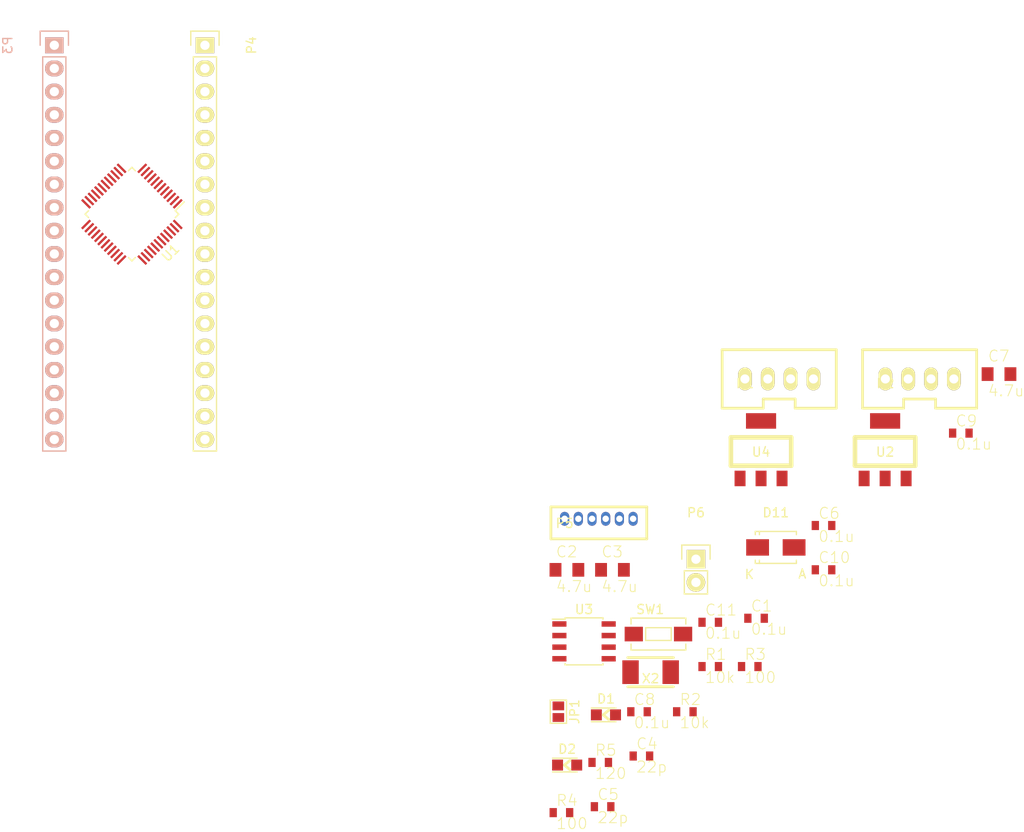
<source format=kicad_pcb>
(kicad_pcb (version 4) (host pcbnew 4.0.5)

  (general
    (links 110)
    (no_connects 110)
    (area 0 0 0 0)
    (thickness 1.6)
    (drawings 0)
    (tracks 0)
    (zones 0)
    (modules 32)
    (nets 48)
  )

  (page A4)
  (layers
    (0 F.Cu signal)
    (31 B.Cu signal)
    (32 B.Adhes user)
    (33 F.Adhes user)
    (34 B.Paste user)
    (35 F.Paste user)
    (36 B.SilkS user)
    (37 F.SilkS user)
    (38 B.Mask user)
    (39 F.Mask user)
    (40 Dwgs.User user)
    (41 Cmts.User user)
    (42 Eco1.User user)
    (43 Eco2.User user)
    (44 Edge.Cuts user)
    (45 Margin user)
    (46 B.CrtYd user)
    (47 F.CrtYd user)
    (48 B.Fab user)
    (49 F.Fab user)
  )

  (setup
    (last_trace_width 0.25)
    (trace_clearance 0.2)
    (zone_clearance 0.508)
    (zone_45_only no)
    (trace_min 0.2)
    (segment_width 0.2)
    (edge_width 0.1)
    (via_size 0.6)
    (via_drill 0.4)
    (via_min_size 0.4)
    (via_min_drill 0.3)
    (uvia_size 0.3)
    (uvia_drill 0.1)
    (uvias_allowed no)
    (uvia_min_size 0.2)
    (uvia_min_drill 0.1)
    (pcb_text_width 0.3)
    (pcb_text_size 1.5 1.5)
    (mod_edge_width 0.15)
    (mod_text_size 1 1)
    (mod_text_width 0.15)
    (pad_size 1.5 1.5)
    (pad_drill 0.6)
    (pad_to_mask_clearance 0)
    (aux_axis_origin 0 0)
    (visible_elements 7FFFFFFF)
    (pcbplotparams
      (layerselection 0x00030_80000001)
      (usegerberextensions false)
      (excludeedgelayer true)
      (linewidth 0.100000)
      (plotframeref false)
      (viasonmask false)
      (mode 1)
      (useauxorigin false)
      (hpglpennumber 1)
      (hpglpenspeed 20)
      (hpglpendiameter 15)
      (hpglpenoverlay 2)
      (psnegative false)
      (psa4output false)
      (plotreference true)
      (plotvalue true)
      (plotinvisibletext false)
      (padsonsilk false)
      (subtractmaskfromsilk false)
      (outputformat 1)
      (mirror false)
      (drillshape 1)
      (scaleselection 1)
      (outputdirectory ""))
  )

  (net 0 "")
  (net 1 GND)
  (net 2 /NRST)
  (net 3 +12V)
  (net 4 +3.3V)
  (net 5 /OSC_IN)
  (net 6 /OSC_OUT)
  (net 7 +5V)
  (net 8 "Net-(D1-Pad2)")
  (net 9 "Net-(D2-Pad2)")
  (net 10 "Net-(D2-Pad1)")
  (net 11 "Net-(D11-Pad2)")
  (net 12 /LED)
  (net 13 /CAN_L)
  (net 14 /CAN_H)
  (net 15 /PC13)
  (net 16 /PC14)
  (net 17 /PC15)
  (net 18 /PA3)
  (net 19 /PA4)
  (net 20 /PA5)
  (net 21 /PA6)
  (net 22 /PA7)
  (net 23 /PB0)
  (net 24 /PB1)
  (net 25 /PB10)
  (net 26 /PB11)
  (net 27 /PB12)
  (net 28 /PB13)
  (net 29 /PB14)
  (net 30 /PB15)
  (net 31 /PA8)
  (net 32 /SWCLK)
  (net 33 /SWDIO)
  (net 34 /USART_TX)
  (net 35 /USART_RX)
  (net 36 "Net-(P6-Pad2)")
  (net 37 /BOOT0)
  (net 38 /CAN_RX)
  (net 39 /CAN_TX)
  (net 40 /PA15)
  (net 41 /PB3)
  (net 42 /PB4)
  (net 43 /PB5)
  (net 44 /PB6)
  (net 45 /PB7)
  (net 46 /PB8)
  (net 47 /PB9)

  (net_class Default "これは標準のネット クラスです。"
    (clearance 0.2)
    (trace_width 0.25)
    (via_dia 0.6)
    (via_drill 0.4)
    (uvia_dia 0.3)
    (uvia_drill 0.1)
    (add_net +12V)
    (add_net +3.3V)
    (add_net +5V)
    (add_net /BOOT0)
    (add_net /CAN_H)
    (add_net /CAN_L)
    (add_net /CAN_RX)
    (add_net /CAN_TX)
    (add_net /LED)
    (add_net /NRST)
    (add_net /OSC_IN)
    (add_net /OSC_OUT)
    (add_net /PA15)
    (add_net /PA3)
    (add_net /PA4)
    (add_net /PA5)
    (add_net /PA6)
    (add_net /PA7)
    (add_net /PA8)
    (add_net /PB0)
    (add_net /PB1)
    (add_net /PB10)
    (add_net /PB11)
    (add_net /PB12)
    (add_net /PB13)
    (add_net /PB14)
    (add_net /PB15)
    (add_net /PB3)
    (add_net /PB4)
    (add_net /PB5)
    (add_net /PB6)
    (add_net /PB7)
    (add_net /PB8)
    (add_net /PB9)
    (add_net /PC13)
    (add_net /PC14)
    (add_net /PC15)
    (add_net /SWCLK)
    (add_net /SWDIO)
    (add_net /USART_RX)
    (add_net /USART_TX)
    (add_net GND)
    (add_net "Net-(D1-Pad2)")
    (add_net "Net-(D11-Pad2)")
    (add_net "Net-(D2-Pad1)")
    (add_net "Net-(D2-Pad2)")
    (add_net "Net-(P6-Pad2)")
  )

  (module RP_KiCAD_Libs:C1608_WP (layer F.Cu) (tedit 57C3E677) (tstamp 58C6BBFC)
    (at 162.87 99.7644)
    (descr <b>CAPACITOR</b>)
    (path /5773C845)
    (fp_text reference C1 (at -0.635 -0.635) (layer F.SilkS)
      (effects (font (size 1.2065 1.2065) (thickness 0.1016)) (justify left bottom))
    )
    (fp_text value 0.1u (at -0.635 1.905) (layer F.SilkS)
      (effects (font (size 1.2065 1.2065) (thickness 0.1016)) (justify left bottom))
    )
    (fp_line (start -0.356 -0.432) (end 0.356 -0.432) (layer Dwgs.User) (width 0.1016))
    (fp_line (start -0.356 0.419) (end 0.356 0.419) (layer Dwgs.User) (width 0.1016))
    (fp_poly (pts (xy -0.8382 0.4699) (xy -0.3381 0.4699) (xy -0.3381 -0.4801) (xy -0.8382 -0.4801)) (layer Dwgs.User) (width 0))
    (fp_poly (pts (xy 0.3302 0.4699) (xy 0.8303 0.4699) (xy 0.8303 -0.4801) (xy 0.3302 -0.4801)) (layer Dwgs.User) (width 0))
    (fp_poly (pts (xy -0.1999 0.3) (xy 0.1999 0.3) (xy 0.1999 -0.3) (xy -0.1999 -0.3)) (layer F.Adhes) (width 0))
    (pad 1 smd rect (at -0.9 0) (size 0.8 1) (layers F.Cu F.Paste F.Mask)
      (net 1 GND))
    (pad 2 smd rect (at 0.9 0) (size 0.8 1) (layers F.Cu F.Paste F.Mask)
      (net 2 /NRST))
    (model Resistors_SMD.3dshapes/R_0603.wrl
      (at (xyz 0 0 0))
      (scale (xyz 1 1 1))
      (rotate (xyz 0 0 0))
    )
  )

  (module RP_KiCAD_Libs:C2012 (layer F.Cu) (tedit 0) (tstamp 58C6BC02)
    (at 142.15 94.4594)
    (descr <b>CAPACITOR</b>)
    (path /57DCED95)
    (fp_text reference C2 (at -1.27 -1.27) (layer F.SilkS)
      (effects (font (size 1.2065 1.2065) (thickness 0.1016)) (justify left bottom))
    )
    (fp_text value 4.7u (at -1.27 2.54) (layer F.SilkS)
      (effects (font (size 1.2065 1.2065) (thickness 0.1016)) (justify left bottom))
    )
    (fp_line (start -0.381 -0.66) (end 0.381 -0.66) (layer Dwgs.User) (width 0.1016))
    (fp_line (start -0.356 0.66) (end 0.381 0.66) (layer Dwgs.User) (width 0.1016))
    (fp_poly (pts (xy -1.0922 0.7239) (xy -0.3421 0.7239) (xy -0.3421 -0.7262) (xy -1.0922 -0.7262)) (layer Dwgs.User) (width 0))
    (fp_poly (pts (xy 0.3556 0.7239) (xy 1.1057 0.7239) (xy 1.1057 -0.7262) (xy 0.3556 -0.7262)) (layer Dwgs.User) (width 0))
    (fp_poly (pts (xy -0.1001 0.4001) (xy 0.1001 0.4001) (xy 0.1001 -0.4001) (xy -0.1001 -0.4001)) (layer F.Adhes) (width 0))
    (pad 1 smd rect (at -1.25 0) (size 1.3 1.5) (layers F.Cu F.Paste F.Mask)
      (net 3 +12V))
    (pad 2 smd rect (at 1.25 0) (size 1.3 1.5) (layers F.Cu F.Paste F.Mask)
      (net 1 GND))
    (model Resistors_SMD.3dshapes/R_0805.wrl
      (at (xyz 0 0 0))
      (scale (xyz 1 1 1))
      (rotate (xyz 0 0 0))
    )
  )

  (module RP_KiCAD_Libs:C2012 (layer F.Cu) (tedit 0) (tstamp 58C6BC08)
    (at 147.14 94.4594)
    (descr <b>CAPACITOR</b>)
    (path /5815D48B)
    (fp_text reference C3 (at -1.27 -1.27) (layer F.SilkS)
      (effects (font (size 1.2065 1.2065) (thickness 0.1016)) (justify left bottom))
    )
    (fp_text value 4.7u (at -1.27 2.54) (layer F.SilkS)
      (effects (font (size 1.2065 1.2065) (thickness 0.1016)) (justify left bottom))
    )
    (fp_line (start -0.381 -0.66) (end 0.381 -0.66) (layer Dwgs.User) (width 0.1016))
    (fp_line (start -0.356 0.66) (end 0.381 0.66) (layer Dwgs.User) (width 0.1016))
    (fp_poly (pts (xy -1.0922 0.7239) (xy -0.3421 0.7239) (xy -0.3421 -0.7262) (xy -1.0922 -0.7262)) (layer Dwgs.User) (width 0))
    (fp_poly (pts (xy 0.3556 0.7239) (xy 1.1057 0.7239) (xy 1.1057 -0.7262) (xy 0.3556 -0.7262)) (layer Dwgs.User) (width 0))
    (fp_poly (pts (xy -0.1001 0.4001) (xy 0.1001 0.4001) (xy 0.1001 -0.4001) (xy -0.1001 -0.4001)) (layer F.Adhes) (width 0))
    (pad 1 smd rect (at -1.25 0) (size 1.3 1.5) (layers F.Cu F.Paste F.Mask)
      (net 4 +3.3V))
    (pad 2 smd rect (at 1.25 0) (size 1.3 1.5) (layers F.Cu F.Paste F.Mask)
      (net 1 GND))
    (model Resistors_SMD.3dshapes/R_0805.wrl
      (at (xyz 0 0 0))
      (scale (xyz 1 1 1))
      (rotate (xyz 0 0 0))
    )
  )

  (module RP_KiCAD_Libs:C1608_WP (layer F.Cu) (tedit 57C3E677) (tstamp 58C6BC0E)
    (at 150.31 114.8544)
    (descr <b>CAPACITOR</b>)
    (path /5773C365)
    (fp_text reference C4 (at -0.635 -0.635) (layer F.SilkS)
      (effects (font (size 1.2065 1.2065) (thickness 0.1016)) (justify left bottom))
    )
    (fp_text value 22p (at -0.635 1.905) (layer F.SilkS)
      (effects (font (size 1.2065 1.2065) (thickness 0.1016)) (justify left bottom))
    )
    (fp_line (start -0.356 -0.432) (end 0.356 -0.432) (layer Dwgs.User) (width 0.1016))
    (fp_line (start -0.356 0.419) (end 0.356 0.419) (layer Dwgs.User) (width 0.1016))
    (fp_poly (pts (xy -0.8382 0.4699) (xy -0.3381 0.4699) (xy -0.3381 -0.4801) (xy -0.8382 -0.4801)) (layer Dwgs.User) (width 0))
    (fp_poly (pts (xy 0.3302 0.4699) (xy 0.8303 0.4699) (xy 0.8303 -0.4801) (xy 0.3302 -0.4801)) (layer Dwgs.User) (width 0))
    (fp_poly (pts (xy -0.1999 0.3) (xy 0.1999 0.3) (xy 0.1999 -0.3) (xy -0.1999 -0.3)) (layer F.Adhes) (width 0))
    (pad 1 smd rect (at -0.9 0) (size 0.8 1) (layers F.Cu F.Paste F.Mask)
      (net 5 /OSC_IN))
    (pad 2 smd rect (at 0.9 0) (size 0.8 1) (layers F.Cu F.Paste F.Mask)
      (net 1 GND))
    (model Resistors_SMD.3dshapes/R_0603.wrl
      (at (xyz 0 0 0))
      (scale (xyz 1 1 1))
      (rotate (xyz 0 0 0))
    )
  )

  (module RP_KiCAD_Libs:C1608_WP (layer F.Cu) (tedit 57C3E677) (tstamp 58C6BC14)
    (at 146.06 120.4044)
    (descr <b>CAPACITOR</b>)
    (path /5773C36B)
    (fp_text reference C5 (at -0.635 -0.635) (layer F.SilkS)
      (effects (font (size 1.2065 1.2065) (thickness 0.1016)) (justify left bottom))
    )
    (fp_text value 22p (at -0.635 1.905) (layer F.SilkS)
      (effects (font (size 1.2065 1.2065) (thickness 0.1016)) (justify left bottom))
    )
    (fp_line (start -0.356 -0.432) (end 0.356 -0.432) (layer Dwgs.User) (width 0.1016))
    (fp_line (start -0.356 0.419) (end 0.356 0.419) (layer Dwgs.User) (width 0.1016))
    (fp_poly (pts (xy -0.8382 0.4699) (xy -0.3381 0.4699) (xy -0.3381 -0.4801) (xy -0.8382 -0.4801)) (layer Dwgs.User) (width 0))
    (fp_poly (pts (xy 0.3302 0.4699) (xy 0.8303 0.4699) (xy 0.8303 -0.4801) (xy 0.3302 -0.4801)) (layer Dwgs.User) (width 0))
    (fp_poly (pts (xy -0.1999 0.3) (xy 0.1999 0.3) (xy 0.1999 -0.3) (xy -0.1999 -0.3)) (layer F.Adhes) (width 0))
    (pad 1 smd rect (at -0.9 0) (size 0.8 1) (layers F.Cu F.Paste F.Mask)
      (net 6 /OSC_OUT))
    (pad 2 smd rect (at 0.9 0) (size 0.8 1) (layers F.Cu F.Paste F.Mask)
      (net 1 GND))
    (model Resistors_SMD.3dshapes/R_0603.wrl
      (at (xyz 0 0 0))
      (scale (xyz 1 1 1))
      (rotate (xyz 0 0 0))
    )
  )

  (module RP_KiCAD_Libs:C1608_WP (layer F.Cu) (tedit 57C3E677) (tstamp 58C6BC1A)
    (at 170.26 89.6044)
    (descr <b>CAPACITOR</b>)
    (path /586F7A9C)
    (fp_text reference C6 (at -0.635 -0.635) (layer F.SilkS)
      (effects (font (size 1.2065 1.2065) (thickness 0.1016)) (justify left bottom))
    )
    (fp_text value 0.1u (at -0.635 1.905) (layer F.SilkS)
      (effects (font (size 1.2065 1.2065) (thickness 0.1016)) (justify left bottom))
    )
    (fp_line (start -0.356 -0.432) (end 0.356 -0.432) (layer Dwgs.User) (width 0.1016))
    (fp_line (start -0.356 0.419) (end 0.356 0.419) (layer Dwgs.User) (width 0.1016))
    (fp_poly (pts (xy -0.8382 0.4699) (xy -0.3381 0.4699) (xy -0.3381 -0.4801) (xy -0.8382 -0.4801)) (layer Dwgs.User) (width 0))
    (fp_poly (pts (xy 0.3302 0.4699) (xy 0.8303 0.4699) (xy 0.8303 -0.4801) (xy 0.3302 -0.4801)) (layer Dwgs.User) (width 0))
    (fp_poly (pts (xy -0.1999 0.3) (xy 0.1999 0.3) (xy 0.1999 -0.3) (xy -0.1999 -0.3)) (layer F.Adhes) (width 0))
    (pad 1 smd rect (at -0.9 0) (size 0.8 1) (layers F.Cu F.Paste F.Mask)
      (net 1 GND))
    (pad 2 smd rect (at 0.9 0) (size 0.8 1) (layers F.Cu F.Paste F.Mask)
      (net 4 +3.3V))
    (model Resistors_SMD.3dshapes/R_0603.wrl
      (at (xyz 0 0 0))
      (scale (xyz 1 1 1))
      (rotate (xyz 0 0 0))
    )
  )

  (module RP_KiCAD_Libs:C2012 (layer F.Cu) (tedit 0) (tstamp 58C6BC20)
    (at 189.48 73.0194)
    (descr <b>CAPACITOR</b>)
    (path /57DCED4E)
    (fp_text reference C7 (at -1.27 -1.27) (layer F.SilkS)
      (effects (font (size 1.2065 1.2065) (thickness 0.1016)) (justify left bottom))
    )
    (fp_text value 4.7u (at -1.27 2.54) (layer F.SilkS)
      (effects (font (size 1.2065 1.2065) (thickness 0.1016)) (justify left bottom))
    )
    (fp_line (start -0.381 -0.66) (end 0.381 -0.66) (layer Dwgs.User) (width 0.1016))
    (fp_line (start -0.356 0.66) (end 0.381 0.66) (layer Dwgs.User) (width 0.1016))
    (fp_poly (pts (xy -1.0922 0.7239) (xy -0.3421 0.7239) (xy -0.3421 -0.7262) (xy -1.0922 -0.7262)) (layer Dwgs.User) (width 0))
    (fp_poly (pts (xy 0.3556 0.7239) (xy 1.1057 0.7239) (xy 1.1057 -0.7262) (xy 0.3556 -0.7262)) (layer Dwgs.User) (width 0))
    (fp_poly (pts (xy -0.1001 0.4001) (xy 0.1001 0.4001) (xy 0.1001 -0.4001) (xy -0.1001 -0.4001)) (layer F.Adhes) (width 0))
    (pad 1 smd rect (at -1.25 0) (size 1.3 1.5) (layers F.Cu F.Paste F.Mask)
      (net 7 +5V))
    (pad 2 smd rect (at 1.25 0) (size 1.3 1.5) (layers F.Cu F.Paste F.Mask)
      (net 1 GND))
    (model Resistors_SMD.3dshapes/R_0805.wrl
      (at (xyz 0 0 0))
      (scale (xyz 1 1 1))
      (rotate (xyz 0 0 0))
    )
  )

  (module RP_KiCAD_Libs:C1608_WP (layer F.Cu) (tedit 57C3E677) (tstamp 58C6BC26)
    (at 150.05 110.0044)
    (descr <b>CAPACITOR</b>)
    (path /581BF2D3)
    (fp_text reference C8 (at -0.635 -0.635) (layer F.SilkS)
      (effects (font (size 1.2065 1.2065) (thickness 0.1016)) (justify left bottom))
    )
    (fp_text value 0.1u (at -0.635 1.905) (layer F.SilkS)
      (effects (font (size 1.2065 1.2065) (thickness 0.1016)) (justify left bottom))
    )
    (fp_line (start -0.356 -0.432) (end 0.356 -0.432) (layer Dwgs.User) (width 0.1016))
    (fp_line (start -0.356 0.419) (end 0.356 0.419) (layer Dwgs.User) (width 0.1016))
    (fp_poly (pts (xy -0.8382 0.4699) (xy -0.3381 0.4699) (xy -0.3381 -0.4801) (xy -0.8382 -0.4801)) (layer Dwgs.User) (width 0))
    (fp_poly (pts (xy 0.3302 0.4699) (xy 0.8303 0.4699) (xy 0.8303 -0.4801) (xy 0.3302 -0.4801)) (layer Dwgs.User) (width 0))
    (fp_poly (pts (xy -0.1999 0.3) (xy 0.1999 0.3) (xy 0.1999 -0.3) (xy -0.1999 -0.3)) (layer F.Adhes) (width 0))
    (pad 1 smd rect (at -0.9 0) (size 0.8 1) (layers F.Cu F.Paste F.Mask)
      (net 1 GND))
    (pad 2 smd rect (at 0.9 0) (size 0.8 1) (layers F.Cu F.Paste F.Mask)
      (net 4 +3.3V))
    (model Resistors_SMD.3dshapes/R_0603.wrl
      (at (xyz 0 0 0))
      (scale (xyz 1 1 1))
      (rotate (xyz 0 0 0))
    )
  )

  (module RP_KiCAD_Libs:C1608_WP (layer F.Cu) (tedit 57C3E677) (tstamp 58C6BC2C)
    (at 185.3 79.4844)
    (descr <b>CAPACITOR</b>)
    (path /581BF21A)
    (fp_text reference C9 (at -0.635 -0.635) (layer F.SilkS)
      (effects (font (size 1.2065 1.2065) (thickness 0.1016)) (justify left bottom))
    )
    (fp_text value 0.1u (at -0.635 1.905) (layer F.SilkS)
      (effects (font (size 1.2065 1.2065) (thickness 0.1016)) (justify left bottom))
    )
    (fp_line (start -0.356 -0.432) (end 0.356 -0.432) (layer Dwgs.User) (width 0.1016))
    (fp_line (start -0.356 0.419) (end 0.356 0.419) (layer Dwgs.User) (width 0.1016))
    (fp_poly (pts (xy -0.8382 0.4699) (xy -0.3381 0.4699) (xy -0.3381 -0.4801) (xy -0.8382 -0.4801)) (layer Dwgs.User) (width 0))
    (fp_poly (pts (xy 0.3302 0.4699) (xy 0.8303 0.4699) (xy 0.8303 -0.4801) (xy 0.3302 -0.4801)) (layer Dwgs.User) (width 0))
    (fp_poly (pts (xy -0.1999 0.3) (xy 0.1999 0.3) (xy 0.1999 -0.3) (xy -0.1999 -0.3)) (layer F.Adhes) (width 0))
    (pad 1 smd rect (at -0.9 0) (size 0.8 1) (layers F.Cu F.Paste F.Mask)
      (net 1 GND))
    (pad 2 smd rect (at 0.9 0) (size 0.8 1) (layers F.Cu F.Paste F.Mask)
      (net 4 +3.3V))
    (model Resistors_SMD.3dshapes/R_0603.wrl
      (at (xyz 0 0 0))
      (scale (xyz 1 1 1))
      (rotate (xyz 0 0 0))
    )
  )

  (module RP_KiCAD_Libs:C1608_WP (layer F.Cu) (tedit 57C3E677) (tstamp 58C6BC32)
    (at 170.26 94.4544)
    (descr <b>CAPACITOR</b>)
    (path /586F7A8A)
    (fp_text reference C10 (at -0.635 -0.635) (layer F.SilkS)
      (effects (font (size 1.2065 1.2065) (thickness 0.1016)) (justify left bottom))
    )
    (fp_text value 0.1u (at -0.635 1.905) (layer F.SilkS)
      (effects (font (size 1.2065 1.2065) (thickness 0.1016)) (justify left bottom))
    )
    (fp_line (start -0.356 -0.432) (end 0.356 -0.432) (layer Dwgs.User) (width 0.1016))
    (fp_line (start -0.356 0.419) (end 0.356 0.419) (layer Dwgs.User) (width 0.1016))
    (fp_poly (pts (xy -0.8382 0.4699) (xy -0.3381 0.4699) (xy -0.3381 -0.4801) (xy -0.8382 -0.4801)) (layer Dwgs.User) (width 0))
    (fp_poly (pts (xy 0.3302 0.4699) (xy 0.8303 0.4699) (xy 0.8303 -0.4801) (xy 0.3302 -0.4801)) (layer Dwgs.User) (width 0))
    (fp_poly (pts (xy -0.1999 0.3) (xy 0.1999 0.3) (xy 0.1999 -0.3) (xy -0.1999 -0.3)) (layer F.Adhes) (width 0))
    (pad 1 smd rect (at -0.9 0) (size 0.8 1) (layers F.Cu F.Paste F.Mask)
      (net 1 GND))
    (pad 2 smd rect (at 0.9 0) (size 0.8 1) (layers F.Cu F.Paste F.Mask)
      (net 4 +3.3V))
    (model Resistors_SMD.3dshapes/R_0603.wrl
      (at (xyz 0 0 0))
      (scale (xyz 1 1 1))
      (rotate (xyz 0 0 0))
    )
  )

  (module RP_KiCAD_Libs:C1608_WP (layer F.Cu) (tedit 57C3E677) (tstamp 58C6BC38)
    (at 157.85 100.2044)
    (descr <b>CAPACITOR</b>)
    (path /586F8127)
    (fp_text reference C11 (at -0.635 -0.635) (layer F.SilkS)
      (effects (font (size 1.2065 1.2065) (thickness 0.1016)) (justify left bottom))
    )
    (fp_text value 0.1u (at -0.635 1.905) (layer F.SilkS)
      (effects (font (size 1.2065 1.2065) (thickness 0.1016)) (justify left bottom))
    )
    (fp_line (start -0.356 -0.432) (end 0.356 -0.432) (layer Dwgs.User) (width 0.1016))
    (fp_line (start -0.356 0.419) (end 0.356 0.419) (layer Dwgs.User) (width 0.1016))
    (fp_poly (pts (xy -0.8382 0.4699) (xy -0.3381 0.4699) (xy -0.3381 -0.4801) (xy -0.8382 -0.4801)) (layer Dwgs.User) (width 0))
    (fp_poly (pts (xy 0.3302 0.4699) (xy 0.8303 0.4699) (xy 0.8303 -0.4801) (xy 0.3302 -0.4801)) (layer Dwgs.User) (width 0))
    (fp_poly (pts (xy -0.1999 0.3) (xy 0.1999 0.3) (xy 0.1999 -0.3) (xy -0.1999 -0.3)) (layer F.Adhes) (width 0))
    (pad 1 smd rect (at -0.9 0) (size 0.8 1) (layers F.Cu F.Paste F.Mask)
      (net 1 GND))
    (pad 2 smd rect (at 0.9 0) (size 0.8 1) (layers F.Cu F.Paste F.Mask)
      (net 4 +3.3V))
    (model Resistors_SMD.3dshapes/R_0603.wrl
      (at (xyz 0 0 0))
      (scale (xyz 1 1 1))
      (rotate (xyz 0 0 0))
    )
  )

  (module LEDs:LED_0805 (layer F.Cu) (tedit 57EDF824) (tstamp 58C6BC3E)
    (at 146.425001 110.345)
    (descr "LED 0805 smd package")
    (tags "LED 0805 SMD")
    (path /57DD2FEB)
    (attr smd)
    (fp_text reference D1 (at 0 -1.75) (layer F.SilkS)
      (effects (font (size 1 1) (thickness 0.15)))
    )
    (fp_text value LED (at 0 1.75) (layer F.Fab)
      (effects (font (size 1 1) (thickness 0.15)))
    )
    (fp_line (start -0.3 0) (end 0.3 0.5) (layer F.SilkS) (width 0.3))
    (fp_line (start -0.3 0) (end 0.3 -0.5) (layer F.SilkS) (width 0.3))
    (fp_line (start -1.6 0.75) (end 1.1 0.75) (layer F.SilkS) (width 0.15))
    (fp_line (start -1.6 -0.75) (end 1.1 -0.75) (layer F.SilkS) (width 0.15))
    (fp_line (start 1.9 -0.95) (end 1.9 0.95) (layer F.CrtYd) (width 0.05))
    (fp_line (start 1.9 0.95) (end -1.9 0.95) (layer F.CrtYd) (width 0.05))
    (fp_line (start -1.9 0.95) (end -1.9 -0.95) (layer F.CrtYd) (width 0.05))
    (fp_line (start -1.9 -0.95) (end 1.9 -0.95) (layer F.CrtYd) (width 0.05))
    (pad 2 smd rect (at 1.04902 0 180) (size 1.19888 1.19888) (layers F.Cu F.Paste F.Mask)
      (net 8 "Net-(D1-Pad2)"))
    (pad 1 smd rect (at -1.04902 0 180) (size 1.19888 1.19888) (layers F.Cu F.Paste F.Mask)
      (net 4 +3.3V))
    (model LEDs.3dshapes/LED_0805.wrl
      (at (xyz 0 0 0))
      (scale (xyz 1 1 1))
      (rotate (xyz 0 0 0))
    )
  )

  (module LEDs:LED_0805 (layer F.Cu) (tedit 57EDF824) (tstamp 58C6BC44)
    (at 142.175001 115.845)
    (descr "LED 0805 smd package")
    (tags "LED 0805 SMD")
    (path /57DD3BCB)
    (attr smd)
    (fp_text reference D2 (at 0 -1.75) (layer F.SilkS)
      (effects (font (size 1 1) (thickness 0.15)))
    )
    (fp_text value LED (at 0 1.75) (layer F.Fab)
      (effects (font (size 1 1) (thickness 0.15)))
    )
    (fp_line (start -0.3 0) (end 0.3 0.5) (layer F.SilkS) (width 0.3))
    (fp_line (start -0.3 0) (end 0.3 -0.5) (layer F.SilkS) (width 0.3))
    (fp_line (start -1.6 0.75) (end 1.1 0.75) (layer F.SilkS) (width 0.15))
    (fp_line (start -1.6 -0.75) (end 1.1 -0.75) (layer F.SilkS) (width 0.15))
    (fp_line (start 1.9 -0.95) (end 1.9 0.95) (layer F.CrtYd) (width 0.05))
    (fp_line (start 1.9 0.95) (end -1.9 0.95) (layer F.CrtYd) (width 0.05))
    (fp_line (start -1.9 0.95) (end -1.9 -0.95) (layer F.CrtYd) (width 0.05))
    (fp_line (start -1.9 -0.95) (end 1.9 -0.95) (layer F.CrtYd) (width 0.05))
    (pad 2 smd rect (at 1.04902 0 180) (size 1.19888 1.19888) (layers F.Cu F.Paste F.Mask)
      (net 9 "Net-(D2-Pad2)"))
    (pad 1 smd rect (at -1.04902 0 180) (size 1.19888 1.19888) (layers F.Cu F.Paste F.Mask)
      (net 10 "Net-(D2-Pad1)"))
    (model LEDs.3dshapes/LED_0805.wrl
      (at (xyz 0 0 0))
      (scale (xyz 1 1 1))
      (rotate (xyz 0 0 0))
    )
  )

  (module Diodes_SMD:SMA_Standard (layer F.Cu) (tedit 552FF239) (tstamp 58C6BC4A)
    (at 165.035001 92.005)
    (descr "Diode SMA")
    (tags "Diode SMA")
    (path /5847EBBD)
    (attr smd)
    (fp_text reference D11 (at 0 -3.81) (layer F.SilkS)
      (effects (font (size 1 1) (thickness 0.15)))
    )
    (fp_text value DIODE (at 0 4.3) (layer F.Fab)
      (effects (font (size 1 1) (thickness 0.15)))
    )
    (fp_line (start -3.5 -2) (end 3.5 -2) (layer F.CrtYd) (width 0.05))
    (fp_line (start 3.5 -2) (end 3.5 2) (layer F.CrtYd) (width 0.05))
    (fp_line (start 3.5 2) (end -3.5 2) (layer F.CrtYd) (width 0.05))
    (fp_line (start -3.5 2) (end -3.5 -2) (layer F.CrtYd) (width 0.05))
    (fp_text user K (at -2.9 2.95) (layer F.SilkS)
      (effects (font (size 1 1) (thickness 0.15)))
    )
    (fp_text user A (at 2.9 2.9) (layer F.SilkS)
      (effects (font (size 1 1) (thickness 0.15)))
    )
    (fp_circle (center 0 0) (end 0.20066 -0.0508) (layer F.Adhes) (width 0.381))
    (fp_line (start -1.79914 1.75006) (end -1.79914 1.39954) (layer F.SilkS) (width 0.15))
    (fp_line (start -1.79914 -1.75006) (end -1.79914 -1.39954) (layer F.SilkS) (width 0.15))
    (fp_line (start 2.25044 1.75006) (end 2.25044 1.39954) (layer F.SilkS) (width 0.15))
    (fp_line (start -2.25044 1.75006) (end -2.25044 1.39954) (layer F.SilkS) (width 0.15))
    (fp_line (start -2.25044 -1.75006) (end -2.25044 -1.39954) (layer F.SilkS) (width 0.15))
    (fp_line (start 2.25044 -1.75006) (end 2.25044 -1.39954) (layer F.SilkS) (width 0.15))
    (fp_line (start -2.25044 1.75006) (end 2.25044 1.75006) (layer F.SilkS) (width 0.15))
    (fp_line (start -2.25044 -1.75006) (end 2.25044 -1.75006) (layer F.SilkS) (width 0.15))
    (pad 1 smd rect (at -1.99898 0) (size 2.49936 1.80086) (layers F.Cu F.Paste F.Mask)
      (net 3 +12V))
    (pad 2 smd rect (at 1.99898 0) (size 2.49936 1.80086) (layers F.Cu F.Paste F.Mask)
      (net 11 "Net-(D11-Pad2)"))
    (model Diodes_SMD.3dshapes/SMA_Standard.wrl
      (at (xyz 0 0 0))
      (scale (xyz 0.3937 0.3937 0.3937))
      (rotate (xyz 0 0 180))
    )
  )

  (module Connect:GS2 (layer F.Cu) (tedit 0) (tstamp 58C6BC50)
    (at 141.214001 109.998572)
    (descr "Pontet Goute de soudure")
    (path /58C6C27E)
    (attr virtual)
    (fp_text reference JP1 (at 1.778 0 90) (layer F.SilkS)
      (effects (font (size 1 1) (thickness 0.15)))
    )
    (fp_text value JUMPER (at 1.524 0 90) (layer F.Fab)
      (effects (font (size 1 1) (thickness 0.15)))
    )
    (fp_line (start -0.889 -1.27) (end -0.889 1.27) (layer F.SilkS) (width 0.15))
    (fp_line (start 0.889 1.27) (end 0.889 -1.27) (layer F.SilkS) (width 0.15))
    (fp_line (start 0.889 1.27) (end -0.889 1.27) (layer F.SilkS) (width 0.15))
    (fp_line (start -0.889 -1.27) (end 0.889 -1.27) (layer F.SilkS) (width 0.15))
    (pad 1 smd rect (at 0 -0.635) (size 1.27 0.9652) (layers F.Cu F.Paste F.Mask)
      (net 10 "Net-(D2-Pad1)"))
    (pad 2 smd rect (at 0 0.635) (size 1.27 0.9652) (layers F.Cu F.Paste F.Mask)
      (net 12 /LED))
  )

  (module RP_KiCAD_Connector:XA_4T (layer F.Cu) (tedit 5895B26F) (tstamp 58C6BC58)
    (at 161.653333 73.550001)
    (path /57DCDD10)
    (fp_text reference P1 (at 0 0.5) (layer F.SilkS)
      (effects (font (size 1 1) (thickness 0.15)))
    )
    (fp_text value CONN_01X04 (at 0 -0.5) (layer F.Fab)
      (effects (font (size 1 1) (thickness 0.15)))
    )
    (fp_line (start -2.5 3.2) (end 2 3.2) (layer F.SilkS) (width 0.3))
    (fp_line (start 2 3.2) (end 2 2.2) (layer F.SilkS) (width 0.3))
    (fp_line (start 2 2.2) (end 5.5 2.2) (layer F.SilkS) (width 0.3))
    (fp_line (start 5.5 2.2) (end 5.5 3.2) (layer F.SilkS) (width 0.3))
    (fp_line (start 5.5 3.2) (end 10 3.2) (layer F.SilkS) (width 0.3))
    (fp_line (start 10 -3.2) (end -2.5 -3.2) (layer F.SilkS) (width 0.3))
    (fp_line (start 10 3.2) (end 10 -3.2) (layer F.SilkS) (width 0.3))
    (fp_line (start -2.5 -3.2) (end -2.5 3.2) (layer F.SilkS) (width 0.3))
    (pad 4 thru_hole oval (at 0 0) (size 1.5 2.5) (drill 1) (layers *.Cu *.Mask F.SilkS)
      (net 13 /CAN_L))
    (pad 3 thru_hole oval (at 2.5 0) (size 1.5 2.5) (drill 1) (layers *.Cu *.Mask F.SilkS)
      (net 14 /CAN_H))
    (pad 2 thru_hole oval (at 5 0) (size 1.5 2.5) (drill 1) (layers *.Cu *.Mask F.SilkS)
      (net 11 "Net-(D11-Pad2)"))
    (pad 1 thru_hole oval (at 7.5 0) (size 1.5 2.5) (drill 1) (layers *.Cu *.Mask F.SilkS)
      (net 1 GND))
    (model conn_XA/XA_4T.wrl
      (at (xyz 0.15 0 0))
      (scale (xyz 3.95 3.95 3.95))
      (rotate (xyz -90 0 0))
    )
  )

  (module RP_KiCAD_Connector:XA_4T (layer F.Cu) (tedit 5895B26F) (tstamp 58C6BC60)
    (at 177.033333 73.550001)
    (path /57DCDDB3)
    (fp_text reference P2 (at 0 0.5) (layer F.SilkS)
      (effects (font (size 1 1) (thickness 0.15)))
    )
    (fp_text value CONN_01X04 (at 0 -0.5) (layer F.Fab)
      (effects (font (size 1 1) (thickness 0.15)))
    )
    (fp_line (start -2.5 3.2) (end 2 3.2) (layer F.SilkS) (width 0.3))
    (fp_line (start 2 3.2) (end 2 2.2) (layer F.SilkS) (width 0.3))
    (fp_line (start 2 2.2) (end 5.5 2.2) (layer F.SilkS) (width 0.3))
    (fp_line (start 5.5 2.2) (end 5.5 3.2) (layer F.SilkS) (width 0.3))
    (fp_line (start 5.5 3.2) (end 10 3.2) (layer F.SilkS) (width 0.3))
    (fp_line (start 10 -3.2) (end -2.5 -3.2) (layer F.SilkS) (width 0.3))
    (fp_line (start 10 3.2) (end 10 -3.2) (layer F.SilkS) (width 0.3))
    (fp_line (start -2.5 -3.2) (end -2.5 3.2) (layer F.SilkS) (width 0.3))
    (pad 4 thru_hole oval (at 0 0) (size 1.5 2.5) (drill 1) (layers *.Cu *.Mask F.SilkS)
      (net 13 /CAN_L))
    (pad 3 thru_hole oval (at 2.5 0) (size 1.5 2.5) (drill 1) (layers *.Cu *.Mask F.SilkS)
      (net 14 /CAN_H))
    (pad 2 thru_hole oval (at 5 0) (size 1.5 2.5) (drill 1) (layers *.Cu *.Mask F.SilkS)
      (net 11 "Net-(D11-Pad2)"))
    (pad 1 thru_hole oval (at 7.5 0) (size 1.5 2.5) (drill 1) (layers *.Cu *.Mask F.SilkS)
      (net 1 GND))
    (model conn_XA/XA_4T.wrl
      (at (xyz 0.15 0 0))
      (scale (xyz 3.95 3.95 3.95))
      (rotate (xyz -90 0 0))
    )
  )

  (module Socket_Strips:Socket_Strip_Straight_1x18 (layer B.Cu) (tedit 0) (tstamp 58C6BC76)
    (at 86 37 270)
    (descr "Through hole socket strip")
    (tags "socket strip")
    (path /58C707E4)
    (fp_text reference P3 (at 0 5.1 270) (layer B.SilkS)
      (effects (font (size 1 1) (thickness 0.15)) (justify mirror))
    )
    (fp_text value CONN_01X18 (at 0 3.1 270) (layer B.Fab)
      (effects (font (size 1 1) (thickness 0.15)) (justify mirror))
    )
    (fp_line (start -1.75 1.75) (end -1.75 -1.75) (layer B.CrtYd) (width 0.05))
    (fp_line (start 44.95 1.75) (end 44.95 -1.75) (layer B.CrtYd) (width 0.05))
    (fp_line (start -1.75 1.75) (end 44.95 1.75) (layer B.CrtYd) (width 0.05))
    (fp_line (start -1.75 -1.75) (end 44.95 -1.75) (layer B.CrtYd) (width 0.05))
    (fp_line (start 1.27 -1.27) (end 44.45 -1.27) (layer B.SilkS) (width 0.15))
    (fp_line (start 44.45 -1.27) (end 44.45 1.27) (layer B.SilkS) (width 0.15))
    (fp_line (start 44.45 1.27) (end 1.27 1.27) (layer B.SilkS) (width 0.15))
    (fp_line (start -1.55 -1.55) (end 0 -1.55) (layer B.SilkS) (width 0.15))
    (fp_line (start 1.27 -1.27) (end 1.27 1.27) (layer B.SilkS) (width 0.15))
    (fp_line (start 0 1.55) (end -1.55 1.55) (layer B.SilkS) (width 0.15))
    (fp_line (start -1.55 1.55) (end -1.55 -1.55) (layer B.SilkS) (width 0.15))
    (pad 1 thru_hole rect (at 0 0 270) (size 1.7272 2.032) (drill 1.016) (layers *.Cu *.Mask B.SilkS)
      (net 15 /PC13))
    (pad 2 thru_hole oval (at 2.54 0 270) (size 1.7272 2.032) (drill 1.016) (layers *.Cu *.Mask B.SilkS)
      (net 16 /PC14))
    (pad 3 thru_hole oval (at 5.08 0 270) (size 1.7272 2.032) (drill 1.016) (layers *.Cu *.Mask B.SilkS)
      (net 17 /PC15))
    (pad 4 thru_hole oval (at 7.62 0 270) (size 1.7272 2.032) (drill 1.016) (layers *.Cu *.Mask B.SilkS)
      (net 18 /PA3))
    (pad 5 thru_hole oval (at 10.16 0 270) (size 1.7272 2.032) (drill 1.016) (layers *.Cu *.Mask B.SilkS)
      (net 19 /PA4))
    (pad 6 thru_hole oval (at 12.7 0 270) (size 1.7272 2.032) (drill 1.016) (layers *.Cu *.Mask B.SilkS)
      (net 20 /PA5))
    (pad 7 thru_hole oval (at 15.24 0 270) (size 1.7272 2.032) (drill 1.016) (layers *.Cu *.Mask B.SilkS)
      (net 21 /PA6))
    (pad 8 thru_hole oval (at 17.78 0 270) (size 1.7272 2.032) (drill 1.016) (layers *.Cu *.Mask B.SilkS)
      (net 22 /PA7))
    (pad 9 thru_hole oval (at 20.32 0 270) (size 1.7272 2.032) (drill 1.016) (layers *.Cu *.Mask B.SilkS)
      (net 23 /PB0))
    (pad 10 thru_hole oval (at 22.86 0 270) (size 1.7272 2.032) (drill 1.016) (layers *.Cu *.Mask B.SilkS)
      (net 24 /PB1))
    (pad 11 thru_hole oval (at 25.4 0 270) (size 1.7272 2.032) (drill 1.016) (layers *.Cu *.Mask B.SilkS)
      (net 12 /LED))
    (pad 12 thru_hole oval (at 27.94 0 270) (size 1.7272 2.032) (drill 1.016) (layers *.Cu *.Mask B.SilkS)
      (net 25 /PB10))
    (pad 13 thru_hole oval (at 30.48 0 270) (size 1.7272 2.032) (drill 1.016) (layers *.Cu *.Mask B.SilkS)
      (net 26 /PB11))
    (pad 14 thru_hole oval (at 33.02 0 270) (size 1.7272 2.032) (drill 1.016) (layers *.Cu *.Mask B.SilkS)
      (net 27 /PB12))
    (pad 15 thru_hole oval (at 35.56 0 270) (size 1.7272 2.032) (drill 1.016) (layers *.Cu *.Mask B.SilkS)
      (net 28 /PB13))
    (pad 16 thru_hole oval (at 38.1 0 270) (size 1.7272 2.032) (drill 1.016) (layers *.Cu *.Mask B.SilkS)
      (net 29 /PB14))
    (pad 17 thru_hole oval (at 40.64 0 270) (size 1.7272 2.032) (drill 1.016) (layers *.Cu *.Mask B.SilkS)
      (net 30 /PB15))
    (pad 18 thru_hole oval (at 43.18 0 270) (size 1.7272 2.032) (drill 1.016) (layers *.Cu *.Mask B.SilkS)
      (net 31 /PA8))
    (model Socket_Strips.3dshapes/Socket_Strip_Straight_1x18.wrl
      (at (xyz 0.85 0 0))
      (scale (xyz 1 1 1))
      (rotate (xyz 0 0 180))
    )
  )

  (module RP_KiCAD_Connector:ZH_6T (layer F.Cu) (tedit 585B7582) (tstamp 58C6BC80)
    (at 141.900001 88.870001)
    (path /57DDCDDC)
    (fp_text reference P5 (at 0 0.5) (layer F.SilkS)
      (effects (font (size 1 1) (thickness 0.15)))
    )
    (fp_text value CONN_01X06 (at 3.5 1.5) (layer F.Fab)
      (effects (font (size 1 1) (thickness 0.15)))
    )
    (fp_line (start -1.5 -1.3) (end 9 -1.3) (layer F.SilkS) (width 0.3))
    (fp_line (start 9 -1.3) (end 9 2.2) (layer F.SilkS) (width 0.3))
    (fp_line (start 9 2.2) (end -1.5 2.2) (layer F.SilkS) (width 0.3))
    (fp_line (start -1.5 2.2) (end -1.5 -1.3) (layer F.SilkS) (width 0.3))
    (pad 1 thru_hole oval (at 0 0) (size 1 1.524) (drill 0.7) (layers *.Cu *.Mask)
      (net 1 GND))
    (pad 2 thru_hole oval (at 1.5 0) (size 1 1.524) (drill 0.7) (layers *.Cu *.Mask)
      (net 4 +3.3V))
    (pad 3 thru_hole oval (at 3 0) (size 1 1.524) (drill 0.7) (layers *.Cu *.Mask)
      (net 32 /SWCLK))
    (pad 4 thru_hole oval (at 4.5 0) (size 1 1.524) (drill 0.7) (layers *.Cu *.Mask)
      (net 33 /SWDIO))
    (pad 5 thru_hole oval (at 6 0) (size 1 1.524) (drill 0.7) (layers *.Cu *.Mask)
      (net 34 /USART_TX))
    (pad 6 thru_hole oval (at 7.5 0) (size 1 1.524) (drill 0.7) (layers *.Cu *.Mask)
      (net 35 /USART_RX))
    (model conn_ZRandZH/ZH_6T.wrl
      (at (xyz 0.148 0.05 0))
      (scale (xyz 4 4 4))
      (rotate (xyz -90 0 180))
    )
  )

  (module Pin_Headers:Pin_Header_Straight_1x02 (layer F.Cu) (tedit 54EA090C) (tstamp 58C6BC86)
    (at 156.283333 93.295)
    (descr "Through hole pin header")
    (tags "pin header")
    (path /57E11162)
    (fp_text reference P6 (at 0 -5.1) (layer F.SilkS)
      (effects (font (size 1 1) (thickness 0.15)))
    )
    (fp_text value CONN_01X02 (at 0 -3.1) (layer F.Fab)
      (effects (font (size 1 1) (thickness 0.15)))
    )
    (fp_line (start 1.27 1.27) (end 1.27 3.81) (layer F.SilkS) (width 0.15))
    (fp_line (start 1.55 -1.55) (end 1.55 0) (layer F.SilkS) (width 0.15))
    (fp_line (start -1.75 -1.75) (end -1.75 4.3) (layer F.CrtYd) (width 0.05))
    (fp_line (start 1.75 -1.75) (end 1.75 4.3) (layer F.CrtYd) (width 0.05))
    (fp_line (start -1.75 -1.75) (end 1.75 -1.75) (layer F.CrtYd) (width 0.05))
    (fp_line (start -1.75 4.3) (end 1.75 4.3) (layer F.CrtYd) (width 0.05))
    (fp_line (start 1.27 1.27) (end -1.27 1.27) (layer F.SilkS) (width 0.15))
    (fp_line (start -1.55 0) (end -1.55 -1.55) (layer F.SilkS) (width 0.15))
    (fp_line (start -1.55 -1.55) (end 1.55 -1.55) (layer F.SilkS) (width 0.15))
    (fp_line (start -1.27 1.27) (end -1.27 3.81) (layer F.SilkS) (width 0.15))
    (fp_line (start -1.27 3.81) (end 1.27 3.81) (layer F.SilkS) (width 0.15))
    (pad 1 thru_hole rect (at 0 0) (size 2.032 2.032) (drill 1.016) (layers *.Cu *.Mask F.SilkS)
      (net 14 /CAN_H))
    (pad 2 thru_hole oval (at 0 2.54) (size 2.032 2.032) (drill 1.016) (layers *.Cu *.Mask F.SilkS)
      (net 36 "Net-(P6-Pad2)"))
    (model Pin_Headers.3dshapes/Pin_Header_Straight_1x02.wrl
      (at (xyz 0 -0.05 0))
      (scale (xyz 1 1 1))
      (rotate (xyz 0 0 90))
    )
  )

  (module RP_KiCAD_Libs:C1608_WP (layer F.Cu) (tedit 57C3E677) (tstamp 58C6BC8C)
    (at 157.85 105.0544)
    (descr <b>CAPACITOR</b>)
    (path /5773CB7C)
    (fp_text reference R1 (at -0.635 -0.635) (layer F.SilkS)
      (effects (font (size 1.2065 1.2065) (thickness 0.1016)) (justify left bottom))
    )
    (fp_text value 10k (at -0.635 1.905) (layer F.SilkS)
      (effects (font (size 1.2065 1.2065) (thickness 0.1016)) (justify left bottom))
    )
    (fp_line (start -0.356 -0.432) (end 0.356 -0.432) (layer Dwgs.User) (width 0.1016))
    (fp_line (start -0.356 0.419) (end 0.356 0.419) (layer Dwgs.User) (width 0.1016))
    (fp_poly (pts (xy -0.8382 0.4699) (xy -0.3381 0.4699) (xy -0.3381 -0.4801) (xy -0.8382 -0.4801)) (layer Dwgs.User) (width 0))
    (fp_poly (pts (xy 0.3302 0.4699) (xy 0.8303 0.4699) (xy 0.8303 -0.4801) (xy 0.3302 -0.4801)) (layer Dwgs.User) (width 0))
    (fp_poly (pts (xy -0.1999 0.3) (xy 0.1999 0.3) (xy 0.1999 -0.3) (xy -0.1999 -0.3)) (layer F.Adhes) (width 0))
    (pad 1 smd rect (at -0.9 0) (size 0.8 1) (layers F.Cu F.Paste F.Mask)
      (net 4 +3.3V))
    (pad 2 smd rect (at 0.9 0) (size 0.8 1) (layers F.Cu F.Paste F.Mask)
      (net 2 /NRST))
    (model Resistors_SMD.3dshapes/R_0603.wrl
      (at (xyz 0 0 0))
      (scale (xyz 1 1 1))
      (rotate (xyz 0 0 0))
    )
  )

  (module RP_KiCAD_Libs:C1608_WP (layer F.Cu) (tedit 57C3E677) (tstamp 58C6BC92)
    (at 155.07 110.0044)
    (descr <b>CAPACITOR</b>)
    (path /5773D19C)
    (fp_text reference R2 (at -0.635 -0.635) (layer F.SilkS)
      (effects (font (size 1.2065 1.2065) (thickness 0.1016)) (justify left bottom))
    )
    (fp_text value 10k (at -0.635 1.905) (layer F.SilkS)
      (effects (font (size 1.2065 1.2065) (thickness 0.1016)) (justify left bottom))
    )
    (fp_line (start -0.356 -0.432) (end 0.356 -0.432) (layer Dwgs.User) (width 0.1016))
    (fp_line (start -0.356 0.419) (end 0.356 0.419) (layer Dwgs.User) (width 0.1016))
    (fp_poly (pts (xy -0.8382 0.4699) (xy -0.3381 0.4699) (xy -0.3381 -0.4801) (xy -0.8382 -0.4801)) (layer Dwgs.User) (width 0))
    (fp_poly (pts (xy 0.3302 0.4699) (xy 0.8303 0.4699) (xy 0.8303 -0.4801) (xy 0.3302 -0.4801)) (layer Dwgs.User) (width 0))
    (fp_poly (pts (xy -0.1999 0.3) (xy 0.1999 0.3) (xy 0.1999 -0.3) (xy -0.1999 -0.3)) (layer F.Adhes) (width 0))
    (pad 1 smd rect (at -0.9 0) (size 0.8 1) (layers F.Cu F.Paste F.Mask)
      (net 1 GND))
    (pad 2 smd rect (at 0.9 0) (size 0.8 1) (layers F.Cu F.Paste F.Mask)
      (net 37 /BOOT0))
    (model Resistors_SMD.3dshapes/R_0603.wrl
      (at (xyz 0 0 0))
      (scale (xyz 1 1 1))
      (rotate (xyz 0 0 0))
    )
  )

  (module RP_KiCAD_Libs:C1608_WP (layer F.Cu) (tedit 57C3E677) (tstamp 58C6BC98)
    (at 162.18 105.0544)
    (descr <b>CAPACITOR</b>)
    (path /57DD3091)
    (fp_text reference R3 (at -0.635 -0.635) (layer F.SilkS)
      (effects (font (size 1.2065 1.2065) (thickness 0.1016)) (justify left bottom))
    )
    (fp_text value 100 (at -0.635 1.905) (layer F.SilkS)
      (effects (font (size 1.2065 1.2065) (thickness 0.1016)) (justify left bottom))
    )
    (fp_line (start -0.356 -0.432) (end 0.356 -0.432) (layer Dwgs.User) (width 0.1016))
    (fp_line (start -0.356 0.419) (end 0.356 0.419) (layer Dwgs.User) (width 0.1016))
    (fp_poly (pts (xy -0.8382 0.4699) (xy -0.3381 0.4699) (xy -0.3381 -0.4801) (xy -0.8382 -0.4801)) (layer Dwgs.User) (width 0))
    (fp_poly (pts (xy 0.3302 0.4699) (xy 0.8303 0.4699) (xy 0.8303 -0.4801) (xy 0.3302 -0.4801)) (layer Dwgs.User) (width 0))
    (fp_poly (pts (xy -0.1999 0.3) (xy 0.1999 0.3) (xy 0.1999 -0.3) (xy -0.1999 -0.3)) (layer F.Adhes) (width 0))
    (pad 1 smd rect (at -0.9 0) (size 0.8 1) (layers F.Cu F.Paste F.Mask)
      (net 8 "Net-(D1-Pad2)"))
    (pad 2 smd rect (at 0.9 0) (size 0.8 1) (layers F.Cu F.Paste F.Mask)
      (net 1 GND))
    (model Resistors_SMD.3dshapes/R_0603.wrl
      (at (xyz 0 0 0))
      (scale (xyz 1 1 1))
      (rotate (xyz 0 0 0))
    )
  )

  (module RP_KiCAD_Libs:C1608_WP (layer F.Cu) (tedit 57C3E677) (tstamp 58C6BC9E)
    (at 141.55 121.0544)
    (descr <b>CAPACITOR</b>)
    (path /57DD3BD1)
    (fp_text reference R4 (at -0.635 -0.635) (layer F.SilkS)
      (effects (font (size 1.2065 1.2065) (thickness 0.1016)) (justify left bottom))
    )
    (fp_text value 100 (at -0.635 1.905) (layer F.SilkS)
      (effects (font (size 1.2065 1.2065) (thickness 0.1016)) (justify left bottom))
    )
    (fp_line (start -0.356 -0.432) (end 0.356 -0.432) (layer Dwgs.User) (width 0.1016))
    (fp_line (start -0.356 0.419) (end 0.356 0.419) (layer Dwgs.User) (width 0.1016))
    (fp_poly (pts (xy -0.8382 0.4699) (xy -0.3381 0.4699) (xy -0.3381 -0.4801) (xy -0.8382 -0.4801)) (layer Dwgs.User) (width 0))
    (fp_poly (pts (xy 0.3302 0.4699) (xy 0.8303 0.4699) (xy 0.8303 -0.4801) (xy 0.3302 -0.4801)) (layer Dwgs.User) (width 0))
    (fp_poly (pts (xy -0.1999 0.3) (xy 0.1999 0.3) (xy 0.1999 -0.3) (xy -0.1999 -0.3)) (layer F.Adhes) (width 0))
    (pad 1 smd rect (at -0.9 0) (size 0.8 1) (layers F.Cu F.Paste F.Mask)
      (net 9 "Net-(D2-Pad2)"))
    (pad 2 smd rect (at 0.9 0) (size 0.8 1) (layers F.Cu F.Paste F.Mask)
      (net 1 GND))
    (model Resistors_SMD.3dshapes/R_0603.wrl
      (at (xyz 0 0 0))
      (scale (xyz 1 1 1))
      (rotate (xyz 0 0 0))
    )
  )

  (module RP_KiCAD_Libs:C1608_WP (layer F.Cu) (tedit 57C3E677) (tstamp 58C6BCA4)
    (at 145.8 115.5544)
    (descr <b>CAPACITOR</b>)
    (path /57E111F2)
    (fp_text reference R5 (at -0.635 -0.635) (layer F.SilkS)
      (effects (font (size 1.2065 1.2065) (thickness 0.1016)) (justify left bottom))
    )
    (fp_text value 120 (at -0.635 1.905) (layer F.SilkS)
      (effects (font (size 1.2065 1.2065) (thickness 0.1016)) (justify left bottom))
    )
    (fp_line (start -0.356 -0.432) (end 0.356 -0.432) (layer Dwgs.User) (width 0.1016))
    (fp_line (start -0.356 0.419) (end 0.356 0.419) (layer Dwgs.User) (width 0.1016))
    (fp_poly (pts (xy -0.8382 0.4699) (xy -0.3381 0.4699) (xy -0.3381 -0.4801) (xy -0.8382 -0.4801)) (layer Dwgs.User) (width 0))
    (fp_poly (pts (xy 0.3302 0.4699) (xy 0.8303 0.4699) (xy 0.8303 -0.4801) (xy 0.3302 -0.4801)) (layer Dwgs.User) (width 0))
    (fp_poly (pts (xy -0.1999 0.3) (xy 0.1999 0.3) (xy 0.1999 -0.3) (xy -0.1999 -0.3)) (layer F.Adhes) (width 0))
    (pad 1 smd rect (at -0.9 0) (size 0.8 1) (layers F.Cu F.Paste F.Mask)
      (net 13 /CAN_L))
    (pad 2 smd rect (at 0.9 0) (size 0.8 1) (layers F.Cu F.Paste F.Mask)
      (net 36 "Net-(P6-Pad2)"))
    (model Resistors_SMD.3dshapes/R_0603.wrl
      (at (xyz 0 0 0))
      (scale (xyz 1 1 1))
      (rotate (xyz 0 0 0))
    )
  )

  (module Buttons_Switches_SMD:SW_SPST_EVQPE1 (layer F.Cu) (tedit 55DB43C0) (tstamp 58C6BCAA)
    (at 152.175001 101.495)
    (descr "Light Touch Switch")
    (path /5773C76A)
    (attr smd)
    (fp_text reference SW1 (at -0.9 -2.7) (layer F.SilkS)
      (effects (font (size 1 1) (thickness 0.15)))
    )
    (fp_text value SW_PUSH (at 0 0) (layer F.Fab)
      (effects (font (size 1 1) (thickness 0.15)))
    )
    (fp_line (start -1.4 -0.7) (end 1.4 -0.7) (layer F.SilkS) (width 0.15))
    (fp_line (start 1.4 -0.7) (end 1.4 0.7) (layer F.SilkS) (width 0.15))
    (fp_line (start 1.4 0.7) (end -1.4 0.7) (layer F.SilkS) (width 0.15))
    (fp_line (start -1.4 0.7) (end -1.4 -0.7) (layer F.SilkS) (width 0.15))
    (fp_line (start -3.95 -2) (end 3.95 -2) (layer F.CrtYd) (width 0.05))
    (fp_line (start 3.95 -2) (end 3.95 2) (layer F.CrtYd) (width 0.05))
    (fp_line (start 3.95 2) (end -3.95 2) (layer F.CrtYd) (width 0.05))
    (fp_line (start -3.95 2) (end -3.95 -2) (layer F.CrtYd) (width 0.05))
    (fp_line (start 3 -1.75) (end 3 -1.1) (layer F.SilkS) (width 0.15))
    (fp_line (start 3 1.75) (end 3 1.1) (layer F.SilkS) (width 0.15))
    (fp_line (start -3 1.1) (end -3 1.75) (layer F.SilkS) (width 0.15))
    (fp_line (start -3 -1.75) (end -3 -1.1) (layer F.SilkS) (width 0.15))
    (fp_line (start 3 -1.75) (end -3 -1.75) (layer F.SilkS) (width 0.15))
    (fp_line (start -3 1.75) (end 3 1.75) (layer F.SilkS) (width 0.15))
    (pad 2 smd rect (at 2.7 0) (size 2 1.6) (layers F.Cu F.Paste F.Mask)
      (net 2 /NRST))
    (pad 1 smd rect (at -2.7 0) (size 2 1.6) (layers F.Cu F.Paste F.Mask)
      (net 1 GND))
  )

  (module Housings_QFP:LQFP-48_7x7mm_Pitch0.5mm (layer F.Cu) (tedit 54130A77) (tstamp 58C6BCDE)
    (at 94.5 55.5 225)
    (descr "48 LEAD LQFP 7x7mm (see MICREL LQFP7x7-48LD-PL-1.pdf)")
    (tags "QFP 0.5")
    (path /5773BC88)
    (attr smd)
    (fp_text reference U1 (at 0 -6 225) (layer F.SilkS)
      (effects (font (size 1 1) (thickness 0.15)))
    )
    (fp_text value STM32F103_48 (at 0 6 225) (layer F.Fab)
      (effects (font (size 1 1) (thickness 0.15)))
    )
    (fp_line (start -5.25 -5.25) (end -5.25 5.25) (layer F.CrtYd) (width 0.05))
    (fp_line (start 5.25 -5.25) (end 5.25 5.25) (layer F.CrtYd) (width 0.05))
    (fp_line (start -5.25 -5.25) (end 5.25 -5.25) (layer F.CrtYd) (width 0.05))
    (fp_line (start -5.25 5.25) (end 5.25 5.25) (layer F.CrtYd) (width 0.05))
    (fp_line (start -3.625 -3.625) (end -3.625 -3.1) (layer F.SilkS) (width 0.15))
    (fp_line (start 3.625 -3.625) (end 3.625 -3.1) (layer F.SilkS) (width 0.15))
    (fp_line (start 3.625 3.625) (end 3.625 3.1) (layer F.SilkS) (width 0.15))
    (fp_line (start -3.625 3.625) (end -3.625 3.1) (layer F.SilkS) (width 0.15))
    (fp_line (start -3.625 -3.625) (end -3.1 -3.625) (layer F.SilkS) (width 0.15))
    (fp_line (start -3.625 3.625) (end -3.1 3.625) (layer F.SilkS) (width 0.15))
    (fp_line (start 3.625 3.625) (end 3.1 3.625) (layer F.SilkS) (width 0.15))
    (fp_line (start 3.625 -3.625) (end 3.1 -3.625) (layer F.SilkS) (width 0.15))
    (fp_line (start -3.625 -3.1) (end -5 -3.1) (layer F.SilkS) (width 0.15))
    (pad 1 smd rect (at -4.35 -2.75 225) (size 1.3 0.25) (layers F.Cu F.Paste F.Mask)
      (net 4 +3.3V))
    (pad 2 smd rect (at -4.35 -2.25 225) (size 1.3 0.25) (layers F.Cu F.Paste F.Mask)
      (net 15 /PC13))
    (pad 3 smd rect (at -4.35 -1.75 225) (size 1.3 0.25) (layers F.Cu F.Paste F.Mask)
      (net 16 /PC14))
    (pad 4 smd rect (at -4.35 -1.25 225) (size 1.3 0.25) (layers F.Cu F.Paste F.Mask)
      (net 17 /PC15))
    (pad 5 smd rect (at -4.35 -0.75 225) (size 1.3 0.25) (layers F.Cu F.Paste F.Mask)
      (net 5 /OSC_IN))
    (pad 6 smd rect (at -4.35 -0.25 225) (size 1.3 0.25) (layers F.Cu F.Paste F.Mask)
      (net 6 /OSC_OUT))
    (pad 7 smd rect (at -4.35 0.25 225) (size 1.3 0.25) (layers F.Cu F.Paste F.Mask)
      (net 2 /NRST))
    (pad 8 smd rect (at -4.35 0.75 225) (size 1.3 0.25) (layers F.Cu F.Paste F.Mask)
      (net 1 GND))
    (pad 9 smd rect (at -4.35 1.25 225) (size 1.3 0.25) (layers F.Cu F.Paste F.Mask)
      (net 4 +3.3V))
    (pad 10 smd rect (at -4.35 1.75 225) (size 1.3 0.25) (layers F.Cu F.Paste F.Mask))
    (pad 11 smd rect (at -4.35 2.25 225) (size 1.3 0.25) (layers F.Cu F.Paste F.Mask))
    (pad 12 smd rect (at -4.35 2.75 225) (size 1.3 0.25) (layers F.Cu F.Paste F.Mask))
    (pad 13 smd rect (at -2.75 4.35 315) (size 1.3 0.25) (layers F.Cu F.Paste F.Mask)
      (net 18 /PA3))
    (pad 14 smd rect (at -2.25 4.35 315) (size 1.3 0.25) (layers F.Cu F.Paste F.Mask)
      (net 19 /PA4))
    (pad 15 smd rect (at -1.75 4.35 315) (size 1.3 0.25) (layers F.Cu F.Paste F.Mask)
      (net 20 /PA5))
    (pad 16 smd rect (at -1.25 4.35 315) (size 1.3 0.25) (layers F.Cu F.Paste F.Mask)
      (net 21 /PA6))
    (pad 17 smd rect (at -0.75 4.35 315) (size 1.3 0.25) (layers F.Cu F.Paste F.Mask)
      (net 22 /PA7))
    (pad 18 smd rect (at -0.25 4.35 315) (size 1.3 0.25) (layers F.Cu F.Paste F.Mask)
      (net 23 /PB0))
    (pad 19 smd rect (at 0.25 4.35 315) (size 1.3 0.25) (layers F.Cu F.Paste F.Mask)
      (net 24 /PB1))
    (pad 20 smd rect (at 0.75 4.35 315) (size 1.3 0.25) (layers F.Cu F.Paste F.Mask)
      (net 12 /LED))
    (pad 21 smd rect (at 1.25 4.35 315) (size 1.3 0.25) (layers F.Cu F.Paste F.Mask)
      (net 25 /PB10))
    (pad 22 smd rect (at 1.75 4.35 315) (size 1.3 0.25) (layers F.Cu F.Paste F.Mask)
      (net 26 /PB11))
    (pad 23 smd rect (at 2.25 4.35 315) (size 1.3 0.25) (layers F.Cu F.Paste F.Mask)
      (net 1 GND))
    (pad 24 smd rect (at 2.75 4.35 315) (size 1.3 0.25) (layers F.Cu F.Paste F.Mask)
      (net 4 +3.3V))
    (pad 25 smd rect (at 4.35 2.75 225) (size 1.3 0.25) (layers F.Cu F.Paste F.Mask)
      (net 27 /PB12))
    (pad 26 smd rect (at 4.35 2.25 225) (size 1.3 0.25) (layers F.Cu F.Paste F.Mask)
      (net 28 /PB13))
    (pad 27 smd rect (at 4.35 1.75 225) (size 1.3 0.25) (layers F.Cu F.Paste F.Mask)
      (net 29 /PB14))
    (pad 28 smd rect (at 4.35 1.25 225) (size 1.3 0.25) (layers F.Cu F.Paste F.Mask)
      (net 30 /PB15))
    (pad 29 smd rect (at 4.35 0.75 225) (size 1.3 0.25) (layers F.Cu F.Paste F.Mask)
      (net 31 /PA8))
    (pad 30 smd rect (at 4.35 0.25 225) (size 1.3 0.25) (layers F.Cu F.Paste F.Mask)
      (net 34 /USART_TX))
    (pad 31 smd rect (at 4.35 -0.25 225) (size 1.3 0.25) (layers F.Cu F.Paste F.Mask)
      (net 35 /USART_RX))
    (pad 32 smd rect (at 4.35 -0.75 225) (size 1.3 0.25) (layers F.Cu F.Paste F.Mask)
      (net 38 /CAN_RX))
    (pad 33 smd rect (at 4.35 -1.25 225) (size 1.3 0.25) (layers F.Cu F.Paste F.Mask)
      (net 39 /CAN_TX))
    (pad 34 smd rect (at 4.35 -1.75 225) (size 1.3 0.25) (layers F.Cu F.Paste F.Mask)
      (net 33 /SWDIO))
    (pad 35 smd rect (at 4.35 -2.25 225) (size 1.3 0.25) (layers F.Cu F.Paste F.Mask)
      (net 1 GND))
    (pad 36 smd rect (at 4.35 -2.75 225) (size 1.3 0.25) (layers F.Cu F.Paste F.Mask)
      (net 4 +3.3V))
    (pad 37 smd rect (at 2.75 -4.35 315) (size 1.3 0.25) (layers F.Cu F.Paste F.Mask)
      (net 32 /SWCLK))
    (pad 38 smd rect (at 2.25 -4.35 315) (size 1.3 0.25) (layers F.Cu F.Paste F.Mask)
      (net 40 /PA15))
    (pad 39 smd rect (at 1.75 -4.35 315) (size 1.3 0.25) (layers F.Cu F.Paste F.Mask)
      (net 41 /PB3))
    (pad 40 smd rect (at 1.25 -4.35 315) (size 1.3 0.25) (layers F.Cu F.Paste F.Mask)
      (net 42 /PB4))
    (pad 41 smd rect (at 0.75 -4.35 315) (size 1.3 0.25) (layers F.Cu F.Paste F.Mask)
      (net 43 /PB5))
    (pad 42 smd rect (at 0.25 -4.35 315) (size 1.3 0.25) (layers F.Cu F.Paste F.Mask)
      (net 44 /PB6))
    (pad 43 smd rect (at -0.25 -4.35 315) (size 1.3 0.25) (layers F.Cu F.Paste F.Mask)
      (net 45 /PB7))
    (pad 44 smd rect (at -0.75 -4.35 315) (size 1.3 0.25) (layers F.Cu F.Paste F.Mask)
      (net 37 /BOOT0))
    (pad 45 smd rect (at -1.25 -4.35 315) (size 1.3 0.25) (layers F.Cu F.Paste F.Mask)
      (net 46 /PB8))
    (pad 46 smd rect (at -1.75 -4.35 315) (size 1.3 0.25) (layers F.Cu F.Paste F.Mask)
      (net 47 /PB9))
    (pad 47 smd rect (at -2.25 -4.35 315) (size 1.3 0.25) (layers F.Cu F.Paste F.Mask)
      (net 1 GND))
    (pad 48 smd rect (at -2.75 -4.35 315) (size 1.3 0.25) (layers F.Cu F.Paste F.Mask)
      (net 4 +3.3V))
    (model Housings_QFP.3dshapes/LQFP-48_7x7mm_Pitch0.5mm.wrl
      (at (xyz 0 0 0))
      (scale (xyz 1 1 1))
      (rotate (xyz 0 0 0))
    )
  )

  (module TO_SOT_Packages_SMD:SOT-223_reg (layer F.Cu) (tedit 57D7553B) (tstamp 58C6BCE6)
    (at 177.005238 84.45)
    (path /57DCE9BB)
    (fp_text reference U2 (at 0 -2.9) (layer F.SilkS)
      (effects (font (size 1 1) (thickness 0.15)))
    )
    (fp_text value NCP1117ST33T3G (at 0 1.7) (layer F.Fab)
      (effects (font (size 1 1) (thickness 0.15)))
    )
    (fp_line (start 3.3 -4.5) (end 3.3 -1.4) (layer F.SilkS) (width 0.5))
    (fp_line (start -3.3 -4.5) (end -3.3 -1.4) (layer F.SilkS) (width 0.5))
    (fp_line (start -3.3 -1.4) (end 3.3 -1.4) (layer F.SilkS) (width 0.5))
    (fp_line (start -3.3 -4.5) (end 3.3 -4.5) (layer F.SilkS) (width 0.5))
    (pad 1 smd rect (at -2.3 0) (size 1.2 1.7) (layers F.Cu F.Paste F.Mask)
      (net 1 GND))
    (pad 2 smd rect (at 0 0) (size 1.2 1.7) (layers F.Cu F.Paste F.Mask)
      (net 7 +5V))
    (pad 3 smd rect (at 2.3 0) (size 1.2 1.7) (layers F.Cu F.Paste F.Mask)
      (net 3 +12V))
    (pad 2 smd rect (at 0 -6.3) (size 3.3 1.7) (layers F.Cu F.Paste F.Mask)
      (net 7 +5V))
    (model TO_SOT_Packages_SMD.3dshapes/SOT-223.wrl
      (at (xyz 0 0.12 0))
      (scale (xyz 0.39 0.39 0.39))
      (rotate (xyz 0 0 0))
    )
  )

  (module Housings_SOIC:SOIC-8_3.9x4.9mm_Pitch1.27mm (layer F.Cu) (tedit 54130A77) (tstamp 58C6BCF2)
    (at 144.025001 102.295)
    (descr "8-Lead Plastic Small Outline (SN) - Narrow, 3.90 mm Body [SOIC] (see Microchip Packaging Specification 00000049BS.pdf)")
    (tags "SOIC 1.27")
    (path /57DCC3FC)
    (attr smd)
    (fp_text reference U3 (at 0 -3.5) (layer F.SilkS)
      (effects (font (size 1 1) (thickness 0.15)))
    )
    (fp_text value MAX3051 (at 0 3.5) (layer F.Fab)
      (effects (font (size 1 1) (thickness 0.15)))
    )
    (fp_line (start -3.75 -2.75) (end -3.75 2.75) (layer F.CrtYd) (width 0.05))
    (fp_line (start 3.75 -2.75) (end 3.75 2.75) (layer F.CrtYd) (width 0.05))
    (fp_line (start -3.75 -2.75) (end 3.75 -2.75) (layer F.CrtYd) (width 0.05))
    (fp_line (start -3.75 2.75) (end 3.75 2.75) (layer F.CrtYd) (width 0.05))
    (fp_line (start -2.075 -2.575) (end -2.075 -2.43) (layer F.SilkS) (width 0.15))
    (fp_line (start 2.075 -2.575) (end 2.075 -2.43) (layer F.SilkS) (width 0.15))
    (fp_line (start 2.075 2.575) (end 2.075 2.43) (layer F.SilkS) (width 0.15))
    (fp_line (start -2.075 2.575) (end -2.075 2.43) (layer F.SilkS) (width 0.15))
    (fp_line (start -2.075 -2.575) (end 2.075 -2.575) (layer F.SilkS) (width 0.15))
    (fp_line (start -2.075 2.575) (end 2.075 2.575) (layer F.SilkS) (width 0.15))
    (fp_line (start -2.075 -2.43) (end -3.475 -2.43) (layer F.SilkS) (width 0.15))
    (pad 1 smd rect (at -2.7 -1.905) (size 1.55 0.6) (layers F.Cu F.Paste F.Mask)
      (net 39 /CAN_TX))
    (pad 2 smd rect (at -2.7 -0.635) (size 1.55 0.6) (layers F.Cu F.Paste F.Mask)
      (net 1 GND))
    (pad 3 smd rect (at -2.7 0.635) (size 1.55 0.6) (layers F.Cu F.Paste F.Mask)
      (net 4 +3.3V))
    (pad 4 smd rect (at -2.7 1.905) (size 1.55 0.6) (layers F.Cu F.Paste F.Mask)
      (net 38 /CAN_RX))
    (pad 5 smd rect (at 2.7 1.905) (size 1.55 0.6) (layers F.Cu F.Paste F.Mask)
      (net 1 GND))
    (pad 6 smd rect (at 2.7 0.635) (size 1.55 0.6) (layers F.Cu F.Paste F.Mask)
      (net 13 /CAN_L))
    (pad 7 smd rect (at 2.7 -0.635) (size 1.55 0.6) (layers F.Cu F.Paste F.Mask)
      (net 14 /CAN_H))
    (pad 8 smd rect (at 2.7 -1.905) (size 1.55 0.6) (layers F.Cu F.Paste F.Mask)
      (net 1 GND))
    (model Housings_SOIC.3dshapes/SOIC-8_3.9x4.9mm_Pitch1.27mm.wrl
      (at (xyz 0 0 0))
      (scale (xyz 1 1 1))
      (rotate (xyz 0 0 0))
    )
  )

  (module TO_SOT_Packages_SMD:SOT-223_reg (layer F.Cu) (tedit 57D7553B) (tstamp 58C6BCFA)
    (at 163.415238 84.45)
    (path /5815D36E)
    (fp_text reference U4 (at 0 -2.9) (layer F.SilkS)
      (effects (font (size 1 1) (thickness 0.15)))
    )
    (fp_text value NCP1117ST50T3G (at 0 1.7) (layer F.Fab)
      (effects (font (size 1 1) (thickness 0.15)))
    )
    (fp_line (start 3.3 -4.5) (end 3.3 -1.4) (layer F.SilkS) (width 0.5))
    (fp_line (start -3.3 -4.5) (end -3.3 -1.4) (layer F.SilkS) (width 0.5))
    (fp_line (start -3.3 -1.4) (end 3.3 -1.4) (layer F.SilkS) (width 0.5))
    (fp_line (start -3.3 -4.5) (end 3.3 -4.5) (layer F.SilkS) (width 0.5))
    (pad 1 smd rect (at -2.3 0) (size 1.2 1.7) (layers F.Cu F.Paste F.Mask)
      (net 1 GND))
    (pad 2 smd rect (at 0 0) (size 1.2 1.7) (layers F.Cu F.Paste F.Mask)
      (net 4 +3.3V))
    (pad 3 smd rect (at 2.3 0) (size 1.2 1.7) (layers F.Cu F.Paste F.Mask)
      (net 7 +5V))
    (pad 2 smd rect (at 0 -6.3) (size 3.3 1.7) (layers F.Cu F.Paste F.Mask)
      (net 4 +3.3V))
    (model TO_SOT_Packages_SMD.3dshapes/SOT-223.wrl
      (at (xyz 0 0.12 0))
      (scale (xyz 0.39 0.39 0.39))
      (rotate (xyz 0 0 0))
    )
  )

  (module Crystals:ABM3_2pads (layer F.Cu) (tedit 588219AC) (tstamp 58C6BD00)
    (at 151.319048 105.670001)
    (path /5773C371)
    (fp_text reference X2 (at 0 0.7) (layer F.SilkS)
      (effects (font (size 1 1) (thickness 0.15)))
    )
    (fp_text value CRYSTAL (at 0 -0.6) (layer F.Fab)
      (effects (font (size 1 1) (thickness 0.15)))
    )
    (fp_line (start -2.5 1.6) (end 2.5 1.6) (layer F.SilkS) (width 0.3))
    (fp_line (start -2.5 -1.6) (end 2.5 -1.6) (layer F.SilkS) (width 0.3))
    (pad 1 smd rect (at -2.2 0) (size 1.8 2.6) (layers F.Cu F.Paste F.Mask)
      (net 5 /OSC_IN))
    (pad 2 smd rect (at 2.2 0) (size 1.8 2.6) (layers F.Cu F.Paste F.Mask)
      (net 6 /OSC_OUT))
    (model crystal/crystal_smd_5x3.2mm.wrl
      (at (xyz 0 0 0))
      (scale (xyz 1 1 1))
      (rotate (xyz 0 0 0))
    )
  )

  (module Socket_Strips:Socket_Strip_Straight_1x18 (layer F.Cu) (tedit 0) (tstamp 58C6C206)
    (at 102.5 37 270)
    (descr "Through hole socket strip")
    (tags "socket strip")
    (path /58C70A55)
    (fp_text reference P4 (at 0 -5.1 270) (layer F.SilkS)
      (effects (font (size 1 1) (thickness 0.15)))
    )
    (fp_text value CONN_01X18 (at 0 -3.1 270) (layer F.Fab)
      (effects (font (size 1 1) (thickness 0.15)))
    )
    (fp_line (start -1.75 -1.75) (end -1.75 1.75) (layer F.CrtYd) (width 0.05))
    (fp_line (start 44.95 -1.75) (end 44.95 1.75) (layer F.CrtYd) (width 0.05))
    (fp_line (start -1.75 -1.75) (end 44.95 -1.75) (layer F.CrtYd) (width 0.05))
    (fp_line (start -1.75 1.75) (end 44.95 1.75) (layer F.CrtYd) (width 0.05))
    (fp_line (start 1.27 1.27) (end 44.45 1.27) (layer F.SilkS) (width 0.15))
    (fp_line (start 44.45 1.27) (end 44.45 -1.27) (layer F.SilkS) (width 0.15))
    (fp_line (start 44.45 -1.27) (end 1.27 -1.27) (layer F.SilkS) (width 0.15))
    (fp_line (start -1.55 1.55) (end 0 1.55) (layer F.SilkS) (width 0.15))
    (fp_line (start 1.27 1.27) (end 1.27 -1.27) (layer F.SilkS) (width 0.15))
    (fp_line (start 0 -1.55) (end -1.55 -1.55) (layer F.SilkS) (width 0.15))
    (fp_line (start -1.55 -1.55) (end -1.55 1.55) (layer F.SilkS) (width 0.15))
    (pad 1 thru_hole rect (at 0 0 270) (size 1.7272 2.032) (drill 1.016) (layers *.Cu *.Mask F.SilkS)
      (net 1 GND))
    (pad 2 thru_hole oval (at 2.54 0 270) (size 1.7272 2.032) (drill 1.016) (layers *.Cu *.Mask F.SilkS)
      (net 4 +3.3V))
    (pad 3 thru_hole oval (at 5.08 0 270) (size 1.7272 2.032) (drill 1.016) (layers *.Cu *.Mask F.SilkS)
      (net 7 +5V))
    (pad 4 thru_hole oval (at 7.62 0 270) (size 1.7272 2.032) (drill 1.016) (layers *.Cu *.Mask F.SilkS)
      (net 3 +12V))
    (pad 5 thru_hole oval (at 10.16 0 270) (size 1.7272 2.032) (drill 1.016) (layers *.Cu *.Mask F.SilkS)
      (net 13 /CAN_L))
    (pad 6 thru_hole oval (at 12.7 0 270) (size 1.7272 2.032) (drill 1.016) (layers *.Cu *.Mask F.SilkS)
      (net 14 /CAN_H))
    (pad 7 thru_hole oval (at 15.24 0 270) (size 1.7272 2.032) (drill 1.016) (layers *.Cu *.Mask F.SilkS)
      (net 34 /USART_TX))
    (pad 8 thru_hole oval (at 17.78 0 270) (size 1.7272 2.032) (drill 1.016) (layers *.Cu *.Mask F.SilkS)
      (net 35 /USART_RX))
    (pad 9 thru_hole oval (at 20.32 0 270) (size 1.7272 2.032) (drill 1.016) (layers *.Cu *.Mask F.SilkS)
      (net 38 /CAN_RX))
    (pad 10 thru_hole oval (at 22.86 0 270) (size 1.7272 2.032) (drill 1.016) (layers *.Cu *.Mask F.SilkS)
      (net 39 /CAN_TX))
    (pad 11 thru_hole oval (at 25.4 0 270) (size 1.7272 2.032) (drill 1.016) (layers *.Cu *.Mask F.SilkS)
      (net 40 /PA15))
    (pad 12 thru_hole oval (at 27.94 0 270) (size 1.7272 2.032) (drill 1.016) (layers *.Cu *.Mask F.SilkS)
      (net 41 /PB3))
    (pad 13 thru_hole oval (at 30.48 0 270) (size 1.7272 2.032) (drill 1.016) (layers *.Cu *.Mask F.SilkS)
      (net 42 /PB4))
    (pad 14 thru_hole oval (at 33.02 0 270) (size 1.7272 2.032) (drill 1.016) (layers *.Cu *.Mask F.SilkS)
      (net 43 /PB5))
    (pad 15 thru_hole oval (at 35.56 0 270) (size 1.7272 2.032) (drill 1.016) (layers *.Cu *.Mask F.SilkS)
      (net 44 /PB6))
    (pad 16 thru_hole oval (at 38.1 0 270) (size 1.7272 2.032) (drill 1.016) (layers *.Cu *.Mask F.SilkS)
      (net 45 /PB7))
    (pad 17 thru_hole oval (at 40.64 0 270) (size 1.7272 2.032) (drill 1.016) (layers *.Cu *.Mask F.SilkS)
      (net 47 /PB9))
    (pad 18 thru_hole oval (at 43.18 0 270) (size 1.7272 2.032) (drill 1.016) (layers *.Cu *.Mask F.SilkS)
      (net 46 /PB8))
    (model Socket_Strips.3dshapes/Socket_Strip_Straight_1x18.wrl
      (at (xyz 0.85 0 0))
      (scale (xyz 1 1 1))
      (rotate (xyz 0 0 180))
    )
  )

)

</source>
